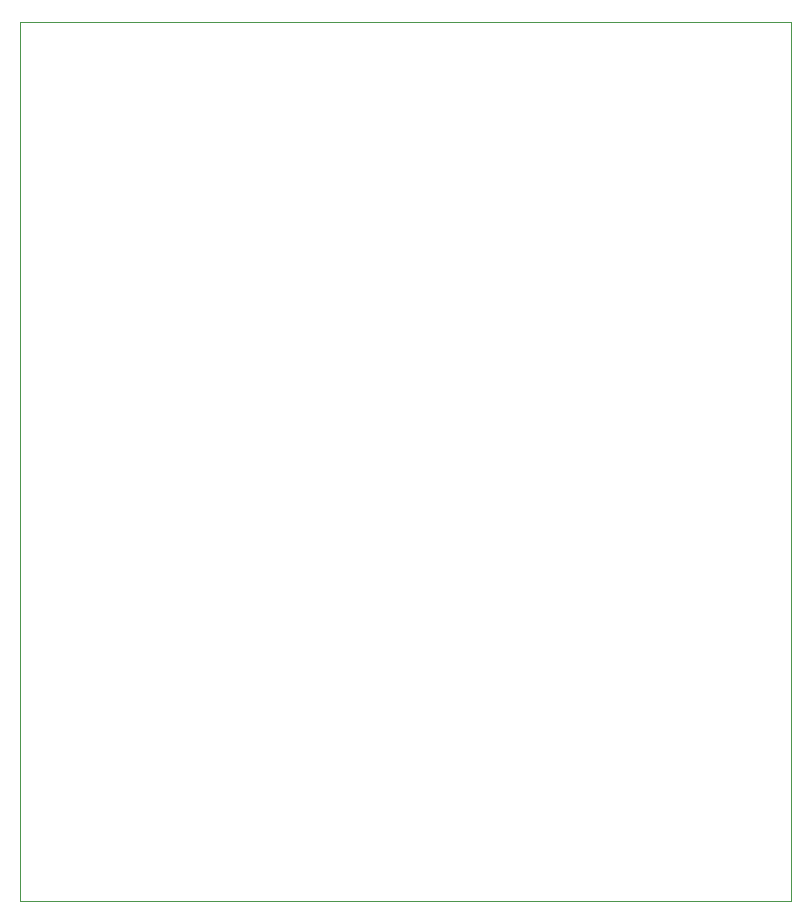
<source format=gbr>
%TF.GenerationSoftware,KiCad,Pcbnew,7.0.9*%
%TF.CreationDate,2024-01-21T16:30:31-08:00*%
%TF.ProjectId,QSE Filter,51534520-4669-46c7-9465-722e6b696361,rev?*%
%TF.SameCoordinates,Original*%
%TF.FileFunction,Profile,NP*%
%FSLAX46Y46*%
G04 Gerber Fmt 4.6, Leading zero omitted, Abs format (unit mm)*
G04 Created by KiCad (PCBNEW 7.0.9) date 2024-01-21 16:30:31*
%MOMM*%
%LPD*%
G01*
G04 APERTURE LIST*
%TA.AperFunction,Profile*%
%ADD10C,0.100000*%
%TD*%
G04 APERTURE END LIST*
D10*
X77500000Y-47250000D02*
X142750000Y-47250000D01*
X142750000Y-121700000D01*
X77500000Y-121700000D01*
X77500000Y-47250000D01*
M02*

</source>
